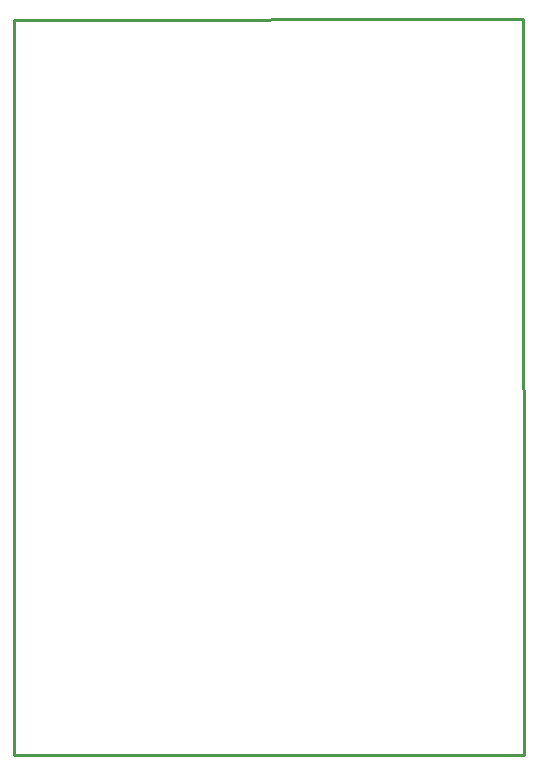
<source format=gbr>
G04 EAGLE Gerber RS-274X export*
G75*
%MOMM*%
%FSLAX34Y34*%
%LPD*%
%IN*%
%IPPOS*%
%AMOC8*
5,1,8,0,0,1.08239X$1,22.5*%
G01*
G04 Define Apertures*
%ADD10C,0.254000*%
D10*
X-12700Y25400D02*
X419100Y25400D01*
X417630Y648210D01*
X-12700Y647700D01*
X-12700Y25400D01*
M02*

</source>
